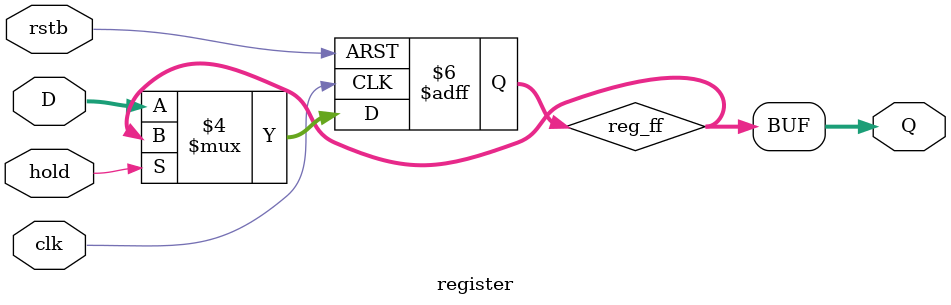
<source format=v>

module register(
D, 
Q,
clk,
rstb,
hold
); 

parameter n = 0;

input [n-1:0] D;
input clk, rstb;
input hold;
output [n-1:0] Q;

reg [n-1:0] reg_ff; 

always @ (posedge clk or negedge rstb) begin
    if (~rstb) begin
	reg_ff <= 0;
    end
    else if(~hold) begin
	reg_ff <= D;
    end
end

assign Q = reg_ff;

endmodule 

</source>
